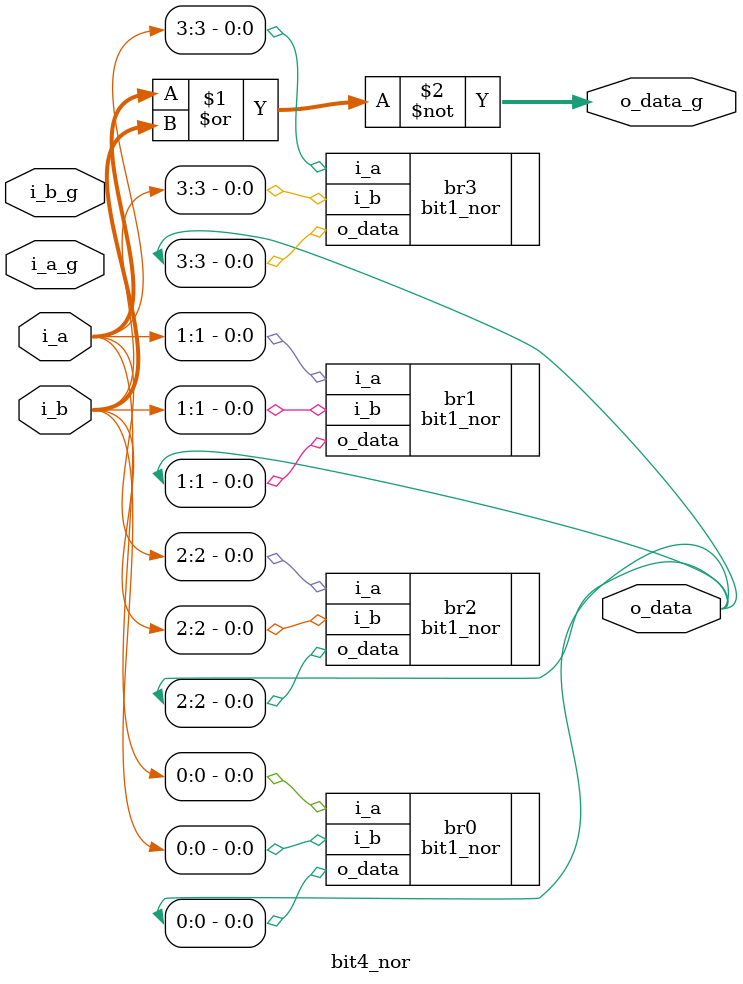
<source format=v>
`timescale 1ns / 1ps
module bit4_nor(
i_a,
i_b,
i_a_g,
i_b_g,
o_data,
o_data_g
);

parameter WIDTH = 4;

input [WIDTH-1:0] i_a, i_b, i_a_g, i_b_g;

output [WIDTH-1:0] o_data, o_data_g;

bit1_nor br0(
.i_a(i_a[0]),
.i_b(i_b[0]),
.o_data(o_data[0])
);

bit1_nor br1(
.i_a(i_a[1]),
.i_b(i_b[1]),
.o_data(o_data[1])
);

bit1_nor br2(
.i_a(i_a[2]),
.i_b(i_b[2]),
.o_data(o_data[2])
);

bit1_nor br3(
.i_a(i_a[3]),
.i_b(i_b[3]),
.o_data(o_data[3])
);
assign o_data_g = ~(i_a | i_b);

endmodule

</source>
